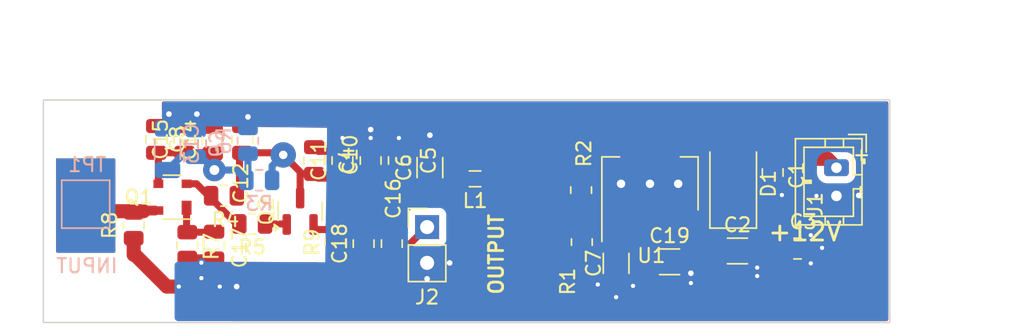
<source format=kicad_pcb>
(kicad_pcb (version 20241229) (generator "pcbnew") (generator_version "9.0")
  (layers (0 "F.Cu" signal) (2 "B.Cu" signal) (13 "F.Paste" user) (15 "B.Paste" user) (5 "F.SilkS" user "F.Silkscreen") (7 "B.SilkS" user "B.Silkscreen") (1 "F.Mask" user) (3 "B.Mask" user) (25 "Edge.Cuts" user))
  (net 0 "")
  (net 1 "GND")
  (net 2 "+12V")
  (net 3 "+15V")
  (net 4 "Net-(U1-ADJ)")
  (net 5 "Net-(Q1-G1)")
  (net 6 "Net-(J2-Pin_1)")
  (net 7 "Net-(Q2-E)")
  (net 8 "Net-(Q1-S)")
  (net 9 "Net-(Q1-D)")
  (net 10 "Net-(Q1-G2)")
  (net 11 "Net-(Q2-B)")
  (net 12 "+14.5V")
  (net 13 "Net-(U1-VO)")
  (footprint "Capacitor_SMD:C_1206_3216Metric" (layer "F.Cu") (at 146.6 96.7 90)
    (property "Reference" "C6" (at 0 -1.85 90) (layer "F.SilkS"))
    (property "Value" "10u/12V")
    (fp_line (start -0.711252 -0.91) (end 0.711252 -0.91) (stroke (width 0.12)) (layer "F.SilkS"))
    (fp_line (start -0.711252 0.91) (end 0.711252 0.91) (stroke (width 0.12)) (layer "F.SilkS"))
    (pad "1" smd roundrect (at -1.475 0 90) (size 1.15 1.8) (layers "F.Cu" "F.Mask" "F.Paste") (roundrect_rratio 0.2173913043) (net 2 "+12V"))
    (pad "2" smd roundrect (at 1.475 0 90) (size 1.15 1.8) (layers "F.Cu" "F.Mask" "F.Paste") (roundrect_rratio 0.2173913043) (net 1 "GND"))
  )
  (footprint "Capacitor_SMD:C_0805_2012Metric" (layer "F.Cu") (at 133.3 94.7 90)
    (property "Reference" "C12" (at -3.1 -0.1 90) (layer "F.SilkS"))
    (property "Value" "1n")
    (fp_line (start -0.261252 -0.735) (end 0.261252 -0.735) (stroke (width 0.12)) (layer "F.SilkS"))
    (fp_line (start -0.261252 0.735) (end 0.261252 0.735) (stroke (width 0.12)) (layer "F.SilkS"))
    (pad "1" smd roundrect (at -0.95 0 90) (size 1 1.45) (layers "F.Cu" "F.Mask" "F.Paste") (net 2 "+12V"))
    (pad "2" smd roundrect (at 0.95 0 90) (size 1 1.45) (layers "F.Cu" "F.Mask" "F.Paste") (net 1 "GND"))
  )
  (footprint "Capacitor_SMD:C_0805_2012Metric" (layer "F.Cu") (at 127.2 94.7 90)
    (property "Reference" "C8" (at 0 1.5 90) (layer "F.SilkS"))
    (property "Value" "10n")
    (fp_line (start -0.261252 -0.735) (end 0.261252 -0.735) (stroke (width 0.12)) (layer "F.SilkS"))
    (fp_line (start -0.261252 0.735) (end 0.261252 0.735) (stroke (width 0.12)) (layer "F.SilkS"))
    (pad "1" smd roundrect (at -0.95 0 90) (size 1 1.45) (layers "F.Cu" "F.Mask" "F.Paste") (net 10 "Net-(Q1-G2)"))
    (pad "2" smd roundrect (at 0.95 0 90) (size 1 1.45) (layers "F.Cu" "F.Mask" "F.Paste") (net 1 "GND"))
  )
  (footprint "Inductor_SMD:L_0805_2012Metric_Pad1.05x1.20mm_HandSolder" (layer "F.Cu") (at 149.8 97.5 180)
    (property "Reference" "L1" (at 0 -1.55 0) (layer "F.SilkS"))
    (property "Value" "2u")
    (fp_line (start -0.410242 0.56) (end 0.410242 0.56) (stroke (width 0.12)) (layer "F.SilkS"))
    (fp_line (start -0.410242 -0.56) (end 0.410242 -0.56) (stroke (width 0.12)) (layer "F.SilkS"))
    (pad "1" smd roundrect (at -1.15 0 180) (size 1.05 1.2) (layers "F.Cu" "F.Mask" "F.Paste") (roundrect_rratio 0.238095) (net 13 "Net-(U1-VO)"))
    (pad "2" smd roundrect (at 1.15 0 180) (size 1.05 1.2) (layers "F.Cu" "F.Mask" "F.Paste") (roundrect_rratio 0.238095) (net 2 "+12V"))
  )
  (footprint "Resistor_SMD:R_0805_2012Metric" (layer "F.Cu") (at 134 100.7 180)
    (property "Reference" "R5" (at 0 -1.65 0) (layer "F.SilkS"))
    (property "Value" "62")
    (fp_line (start -0.227064 0.735) (end 0.227064 0.735) (stroke (width 0.12)) (layer "F.SilkS"))
    (fp_line (start -0.227064 -0.735) (end 0.227064 -0.735) (stroke (width 0.12)) (layer "F.SilkS"))
    (pad "1" smd roundrect (at -0.9125 0 180) (size 1.025 1.4) (layers "F.Cu" "F.Mask" "F.Paste") (roundrect_rratio 0.243902439) (net 11 "Net-(Q2-B)"))
    (pad "2" smd roundrect (at 0.9125 0 180) (size 1.025 1.4) (layers "F.Cu" "F.Mask" "F.Paste") (roundrect_rratio 0.243902439) (net 9 "Net-(Q1-D)"))
  )
  (footprint "Capacitor_SMD:C_1206_3216Metric" (layer "F.Cu") (at 159.8 103.5 -90)
    (property "Reference" "C7" (at 0 1.6 90) (layer "F.SilkS"))
    (property "Value" "10u/12V")
    (fp_line (start -0.711252 0.91) (end 0.711252 0.91) (stroke (width 0.12)) (layer "F.SilkS"))
    (fp_line (start -0.711252 -0.91) (end 0.711252 -0.91) (stroke (width 0.12)) (layer "F.SilkS"))
    (pad "1" smd roundrect (at -1.475 0 270) (size 1.15 1.8) (layers "F.Cu" "F.Mask" "F.Paste") (roundrect_rratio 0.2173913043) (net 4 "Net-(U1-ADJ)"))
    (pad "2" smd roundrect (at 1.475 0 270) (size 1.15 1.8) (layers "F.Cu" "F.Mask" "F.Paste") (roundrect_rratio 0.2173913043) (net 1 "GND"))
  )
  (footprint "Package_TO_SOT_SMD:SOT-223-3_TabPin2" (layer "F.Cu") (at 162.2 97.85 90)
    (property "Reference" "U1" (at -5.1 0.1 0) (layer "F.SilkS"))
    (property "Value" "AMS1117")
    (fp_line (start 1.91 -3.41) (end 1.91 -2.15) (stroke (width 0.12)) (layer "F.SilkS"))
    (fp_line (start -4.1 -3.41) (end 1.91 -3.41) (stroke (width 0.12)) (layer "F.SilkS"))
    (fp_line (start 1.91 3.41) (end 1.91 2.15) (stroke (width 0.12)) (layer "F.SilkS"))
    (fp_line (start -1.85 3.41) (end 1.91 3.41) (stroke (width 0.12)) (layer "F.SilkS"))
    (pad "1" smd rect (at -3.15 -2.3 90) (size 2 1.5) (layers "F.Cu" "F.Mask" "F.Paste") (net 4 "Net-(U1-ADJ)"))
    (pad "2" smd rect (at -3.15 0 90) (size 2 1.5) (layers "F.Cu" "F.Mask" "F.Paste") (net 13 "Net-(U1-VO)"))
    (pad "2" smd rect (at 3.15 0 90) (size 2 3.8) (layers "F.Cu" "F.Mask" "F.Paste") (net 13 "Net-(U1-VO)"))
    (pad "3" smd rect (at -3.15 2.3 90) (size 2 1.5) (layers "F.Cu" "F.Mask" "F.Paste") (net 12 "+14.5V"))
  )
  (footprint "Package_TO_SOT_SMD:SOT-23" (layer "F.Cu") (at 137.4 99.8 90)
    (property "Reference" "Q2" (at 0 -2.4 90) (layer "F.SilkS"))
    (property "Value" "BFR93A")
    (fp_line (start 0 -1.56) (end 0.65 -1.56) (stroke (width 0.12)) (layer "F.SilkS"))
    (fp_line (start 0 -1.56) (end -0.65 -1.56) (stroke (width 0.12)) (layer "F.SilkS"))
    (fp_line (start 0 1.56) (end 0.65 1.56) (stroke (width 0.12)) (layer "F.SilkS"))
    (fp_line (start 0 1.56) (end -0.65 1.56) (stroke (width 0.12)) (layer "F.SilkS"))
    (fp_poly (pts (xy -1.1625 -1.51) (xy -1.4025 -1.84) (xy -0.9225 -1.84) (xy -1.1625 -1.51)) (stroke (width 0.12)) (fill yes) (layer "F.SilkS"))
    (pad "1" smd roundrect (at -0.9375 -0.95 90) (size 1.475 0.6) (layers "F.Cu" "F.Mask" "F.Paste") (net 11 "Net-(Q2-B)"))
    (pad "2" smd roundrect (at -0.9375 0.95 90) (size 1.475 0.6) (layers "F.Cu" "F.Mask" "F.Paste") (net 7 "Net-(Q2-E)"))
    (pad "3" smd roundrect (at 0.9375 0 90) (size 1.475 0.6) (layers "F.Cu" "F.Mask" "F.Paste") (net 2 "+12V"))
  )
  (footprint "Resistor_SMD:R_0805_2012Metric" (layer "F.Cu") (at 129.4 102.2 90)
    (property "Reference" "R7" (at -0.1 1.7 90) (layer "F.SilkS"))
    (property "Value" "22")
    (fp_line (start -0.227064 -0.735) (end 0.227064 -0.735) (stroke (width 0.12)) (layer "F.SilkS"))
    (fp_line (start -0.227064 0.735) (end 0.227064 0.735) (stroke (width 0.12)) (layer "F.SilkS"))
    (pad "1" smd roundrect (at -0.9125 0 90) (size 1.025 1.4) (layers "F.Cu" "F.Mask" "F.Paste") (roundrect_rratio 0.243902439) (net 1 "GND"))
    (pad "2" smd roundrect (at 0.9125 0 90) (size 1.025 1.4) (layers "F.Cu" "F.Mask" "F.Paste") (roundrect_rratio 0.243902439) (net 8 "Net-(Q1-S)"))
  )
  (footprint "Capacitor_SMD:C_0805_2012Metric" (layer "F.Cu") (at 140.4 96.2 90)
    (property "Reference" "C11" (at 0 -1.68 90) (layer "F.SilkS"))
    (property "Value" "100n")
    (fp_line (start -0.261252 -0.735) (end 0.261252 -0.735) (stroke (width 0.12)) (layer "F.SilkS"))
    (fp_line (start -0.261252 0.735) (end 0.261252 0.735) (stroke (width 0.12)) (layer "F.SilkS"))
    (pad "1" smd roundrect (at -0.95 0 90) (size 1 1.45) (layers "F.Cu" "F.Mask" "F.Paste") (net 2 "+12V"))
    (pad "2" smd roundrect (at 0.95 0 90) (size 1 1.45) (layers "F.Cu" "F.Mask" "F.Paste") (net 1 "GND"))
  )
  (footprint "Resistor_SMD:R_0805_2012Metric" (layer "F.Cu") (at 125.6 100.8 90)
    (property "Reference" "R8" (at 0 -1.7 90) (layer "F.SilkS"))
    (property "Value" "10M")
    (fp_line (start -0.227064 -0.735) (end 0.227064 -0.735) (stroke (width 0.12)) (layer "F.SilkS"))
    (fp_line (start -0.227064 0.735) (end 0.227064 0.735) (stroke (width 0.12)) (layer "F.SilkS"))
    (pad "1" smd roundrect (at -0.9125 0 90) (size 1.025 1.4) (layers "F.Cu" "F.Mask" "F.Paste") (roundrect_rratio 0.243902439) (net 1 "GND"))
    (pad "2" smd roundrect (at 0.9125 0 90) (size 1.025 1.4) (layers "F.Cu" "F.Mask" "F.Paste") (roundrect_rratio 0.243902439) (net 5 "Net-(Q1-G1)"))
  )
  (footprint "Capacitor_SMD:C_1206_3216Metric" (layer "F.Cu") (at 168.4 102.62)
    (property "Reference" "C2" (at 0 -1.85 0) (layer "F.SilkS"))
    (property "Value" "1u")
    (fp_line (start -0.711252 -0.91) (end 0.711252 -0.91) (stroke (width 0.12)) (layer "F.SilkS"))
    (fp_line (start -0.711252 0.91) (end 0.711252 0.91) (stroke (width 0.12)) (layer "F.SilkS"))
    (pad "1" smd roundrect (at -1.475 0) (size 1.15 1.8) (layers "F.Cu" "F.Mask" "F.Paste") (roundrect_rratio 0.2173913043) (net 12 "+14.5V"))
    (pad "2" smd roundrect (at 1.475 0) (size 1.15 1.8) (layers "F.Cu" "F.Mask" "F.Paste") (roundrect_rratio 0.2173913043) (net 1 "GND"))
  )
  (footprint "Capacitor_SMD:C_0805_2012Metric" (layer "F.Cu") (at 129.2 94.7 90)
    (property "Reference" "C15" (at 0 -1.7 90) (layer "F.SilkS"))
    (property "Value" "1n")
    (fp_line (start -0.261252 -0.735) (end 0.261252 -0.735) (stroke (width 0.12)) (layer "F.SilkS"))
    (fp_line (start -0.261252 0.735) (end 0.261252 0.735) (stroke (width 0.12)) (layer "F.SilkS"))
    (pad "1" smd roundrect (at -0.95 0 90) (size 1 1.45) (layers "F.Cu" "F.Mask" "F.Paste") (net 10 "Net-(Q1-G2)"))
    (pad "2" smd roundrect (at 0.95 0 90) (size 1 1.45) (layers "F.Cu" "F.Mask" "F.Paste") (net 1 "GND"))
  )
  (footprint "Capacitor_SMD:C_0805_2012Metric" (layer "F.Cu") (at 141.9 102.1 -90)
    (property "Reference" "C18" (at 0 1.7 270) (layer "F.SilkS"))
    (property "Value" "330n")
    (fp_line (start -0.261252 0.735) (end 0.261252 0.735) (stroke (width 0.12)) (layer "F.SilkS"))
    (fp_line (start -0.261252 -0.735) (end 0.261252 -0.735) (stroke (width 0.12)) (layer "F.SilkS"))
    (pad "1" smd roundrect (at -0.95 0 270) (size 1 1.45) (layers "F.Cu" "F.Mask" "F.Paste") (net 7 "Net-(Q2-E)"))
    (pad "2" smd roundrect (at 0.95 0 270) (size 1 1.45) (layers "F.Cu" "F.Mask" "F.Paste") (net 6 "Net-(J2-Pin_1)"))
  )
  (footprint "Resistor_SMD:R_0805_2012Metric" (layer "F.Cu") (at 139.9 102 90)
    (property "Reference" "R9" (at 0 -1.65 90) (layer "F.SilkS"))
    (property "Value" "360")
    (fp_line (start -0.227064 -0.735) (end 0.227064 -0.735) (stroke (width 0.12)) (layer "F.SilkS"))
    (fp_line (start -0.227064 0.735) (end 0.227064 0.735) (stroke (width 0.12)) (layer "F.SilkS"))
    (pad "1" smd roundrect (at -0.9125 0 90) (size 1.025 1.4) (layers "F.Cu" "F.Mask" "F.Paste") (roundrect_rratio 0.243902439) (net 1 "GND"))
    (pad "2" smd roundrect (at 0.9125 0 90) (size 1.025 1.4) (layers "F.Cu" "F.Mask" "F.Paste") (roundrect_rratio 0.243902439) (net 7 "Net-(Q2-E)"))
  )
  (footprint "Capacitor_SMD:C_0805_2012Metric" (layer "F.Cu") (at 131.3 102.2 -90)
    (property "Reference" "C17" (at 0.2 -1.8 90) (layer "F.SilkS"))
    (property "Value" "100n")
    (fp_line (start -0.261252 0.735) (end 0.261252 0.735) (stroke (width 0.12)) (layer "F.SilkS"))
    (fp_line (start -0.261252 -0.735) (end 0.261252 -0.735) (stroke (width 0.12)) (layer "F.SilkS"))
    (pad "1" smd roundrect (at -0.95 0 270) (size 1 1.45) (layers "F.Cu" "F.Mask" "F.Paste") (net 8 "Net-(Q1-S)"))
    (pad "2" smd roundrect (at 0.95 0 270) (size 1 1.45) (layers "F.Cu" "F.Mask" "F.Paste") (net 1 "GND"))
  )
  (footprint "Connector_PinHeader_2.54mm:PinHeader_1x02_P2.54mm_Vertical" (layer "F.Cu") (at 146.4 100.925)
    (property "Reference" "J2" (at 0 4.975 0) (layer "F.SilkS"))
    (property "Value" "Conn_01x02_Female")
    (fp_line (start -1.33 -1.33) (end 0 -1.33) (stroke (width 0.12)) (layer "F.SilkS"))
    (fp_line (start -1.33 0) (end -1.33 -1.33) (stroke (width 0.12)) (layer "F.SilkS"))
    (fp_line (start -1.33 1.27) (end -1.33 3.87) (stroke (width 0.12)) (layer "F.SilkS"))
    (fp_line (start -1.33 1.27) (end 1.33 1.27) (stroke (width 0.12)) (layer "F.SilkS"))
    (fp_line (start -1.33 3.87) (end 1.33 3.87) (stroke (width 0.12)) (layer "F.SilkS"))
    (fp_line (start 1.33 1.27) (end 1.33 3.87) (stroke (width 0.12)) (layer "F.SilkS"))
    (pad "1" thru_hole rect (at 0 0) (size 1.7 1.7) (drill 1) (layers "*.Cu" "*.Mask") (net 6 "Net-(J2-Pin_1)"))
    (pad "2" thru_hole oval (at 0 2.54) (size 1.7 1.7) (drill 1) (layers "*.Cu" "*.Mask") (net 1 "GND"))
  )
  (footprint "Capacitor_SMD:C_0805_2012Metric" (layer "F.Cu") (at 144.4 96.2 90)
    (property "Reference" "C5" (at 0 2.1 90) (layer "F.SilkS"))
    (property "Value" "100n")
    (fp_line (start -0.261252 -0.735) (end 0.261252 -0.735) (stroke (width 0.12)) (layer "F.SilkS"))
    (fp_line (start -0.261252 0.735) (end 0.261252 0.735) (stroke (width 0.12)) (layer "F.SilkS"))
    (pad "1" smd roundrect (at -0.95 0 90) (size 1 1.45) (layers "F.Cu" "F.Mask" "F.Paste") (net 2 "+12V"))
    (pad "2" smd roundrect (at 0.95 0 90) (size 1 1.45) (layers "F.Cu" "F.Mask" "F.Paste") (net 1 "GND"))
  )
  (footprint "Resistor_SMD:R_0805_2012Metric" (layer "F.Cu") (at 132 98.7)
    (property "Reference" "R4" (at 0.1 1.7 0) (layer "F.SilkS"))
    (property "Value" "330")
    (fp_line (start -0.227064 -0.735) (end 0.227064 -0.735) (stroke (width 0.12)) (layer "F.SilkS"))
    (fp_line (start -0.227064 0.735) (end 0.227064 0.735) (stroke (width 0.12)) (layer "F.SilkS"))
    (pad "1" smd roundrect (at -0.9125 0) (size 1.025 1.4) (layers "F.Cu" "F.Mask" "F.Paste") (roundrect_rratio 0.243902439) (net 9 "Net-(Q1-D)"))
    (pad "2" smd roundrect (at 0.9125 0) (size 1.025 1.4) (layers "F.Cu" "F.Mask" "F.Paste") (roundrect_rratio 0.243902439) (net 2 "+12V"))
  )
  (footprint "Capacitor_SMD:C_0805_2012Metric" (layer "F.Cu") (at 142.4 96.2 90)
    (property "Reference" "C4" (at 0 -1.68 90) (layer "F.SilkS"))
    (property "Value" "4.7u")
    (fp_line (start -0.261252 -0.735) (end 0.261252 -0.735) (stroke (width 0.12)) (layer "F.SilkS"))
    (fp_line (start -0.261252 0.735) (end 0.261252 0.735) (stroke (width 0.12)) (layer "F.SilkS"))
    (pad "1" smd roundrect (at -0.95 0 90) (size 1 1.45) (layers "F.Cu" "F.Mask" "F.Paste") (net 2 "+12V"))
    (pad "2" smd roundrect (at 0.95 0 90) (size 1 1.45) (layers "F.Cu" "F.Mask" "F.Paste") (net 1 "GND"))
  )
  (footprint "Connector_JST:JST_PH_B2B-PH-K_1x02_P2.00mm_Vertical" (layer "F.Cu") (at 175.42 96.71 -90)
    (property "Reference" "J1" (at 2.6 1.5 90) (layer "F.SilkS"))
    (property "Value" "Conn_01x02_Female")
    (fp_line (start -2.06 2.91) (end 4.06 2.91) (stroke (width 0.12)) (layer "F.SilkS"))
    (fp_line (start 4.06 2.91) (end 4.06 -1.81) (stroke (width 0.12)) (layer "F.SilkS"))
    (fp_line (start -1.45 2.3) (end 3.45 2.3) (stroke (width 0.12)) (layer "F.SilkS"))
    (fp_line (start 0.9 2.3) (end 0.9 1.8) (stroke (width 0.12)) (layer "F.SilkS"))
    (fp_line (start 1 2.3) (end 1 1.8) (stroke (width 0.12)) (layer "F.SilkS"))
    (fp_line (start 3.45 2.3) (end 3.45 -1.2) (stroke (width 0.12)) (layer "F.SilkS"))
    (fp_line (start 0.9 1.8) (end 1.1 1.8) (stroke (width 0.12)) (layer "F.SilkS"))
    (fp_line (start 1.1 1.8) (end 1.1 2.3) (stroke (width 0.12)) (layer "F.SilkS"))
    (fp_line (start -2.06 0.8) (end -1.45 0.8) (stroke (width 0.12)) (layer "F.SilkS"))
    (fp_line (start 4.06 0.8) (end 3.45 0.8) (stroke (width 0.12)) (layer "F.SilkS"))
    (fp_line (start -2.06 -0.5) (end -1.45 -0.5) (stroke (width 0.12)) (layer "F.SilkS"))
    (fp_line (start 4.06 -0.5) (end 3.45 -0.5) (stroke (width 0.12)) (layer "F.SilkS"))
    (fp_line (start -1.45 -1.2) (end -1.45 2.3) (stroke (width 0.12)) (layer "F.SilkS"))
    (fp_line (start 0.5 -1.2) (end -1.45 -1.2) (stroke (width 0.12)) (layer "F.SilkS"))
    (fp_line (start 1.5 -1.2) (end 1.5 -1.81) (stroke (width 0.12)) (layer "F.SilkS"))
    (fp_line (start 3.45 -1.2) (end 1.5 -1.2) (stroke (width 0.12)) (layer "F.SilkS"))
    (fp_line (start -2.06 -1.81) (end -2.06 2.91) (stroke (width 0.12)) (layer "F.SilkS"))
    (fp_line (start -0.3 -1.81) (end -0.3 -2.01) (stroke (width 0.12)) (layer "F.SilkS"))
    (fp_line (start 0.5 -1.81) (end 0.5 -1.2) (stroke (width 0.12)) (layer "F.SilkS"))
    (fp_line (start 4.06 -1.81) (end -2.06 -1.81) (stroke (width 0.12)) (layer "F.SilkS"))
    (fp_line (start -0.3 -1.91) (end -0.6 -1.91) (stroke (width 0.12)) (layer "F.SilkS"))
    (fp_line (start -0.6 -2.01) (end -0.6 -1.81) (stroke (width 0.12)) (layer "F.SilkS"))
    (fp_line (start -0.3 -2.01) (end -0.6 -2.01) (stroke (width 0.12)) (layer "F.SilkS"))
    (fp_line (start -2.36 -2.11) (end -2.36 -0.86) (stroke (width 0.12)) (layer "F.SilkS"))
    (fp_line (start -1.11 -2.11) (end -2.36 -2.11) (stroke (width 0.12)) (layer "F.SilkS"))
    (pad "1" thru_hole roundrect (at 0 0 270) (size 1.2 1.75) (drill 0.75) (layers "*.Cu" "*.Mask") (roundrect_rratio 0.2083333333) (net 3 "+15V"))
    (pad "2" thru_hole oval (at 2 0 270) (size 1.2 1.75) (drill 0.75) (layers "*.Cu" "*.Mask") (net 1 "GND"))
  )
  (footprint "Resistor_SMD:R_0805_2012Metric" (layer "F.Cu") (at 157.37 101.99 90)
    (property "Reference" "R1" (at -2.8 -1 90) (layer "F.SilkS"))
    (property "Value" "390")
    (fp_line (start -0.227064 -0.735) (end 0.227064 -0.735) (stroke (width 0.12)) (layer "F.SilkS"))
    (fp_line (start -0.227064 0.735) (end 0.227064 0.735) (stroke (width 0.12)) (layer "F.SilkS"))
    (pad "1" smd roundrect (at -0.9125 0 90) (size 1.025 1.4) (layers "F.Cu" "F.Mask" "F.Paste") (roundrect_rratio 0.243902439) (net 13 "Net-(U1-VO)"))
    (pad "2" smd roundrect (at 0.9125 0 90) (size 1.025 1.4) (layers "F.Cu" "F.Mask" "F.Paste") (roundrect_rratio 0.243902439) (net 4 "Net-(U1-ADJ)"))
  )
  (footprint "Capacitor_SMD:C_0805_2012Metric" (layer "F.Cu") (at 170.9 97.05 -90)
    (property "Reference" "C1" (at 0.2 -1.7 90) (layer "F.SilkS"))
    (property "Value" "100n")
    (fp_line (start -0.261252 0.735) (end 0.261252 0.735) (stroke (width 0.12)) (layer "F.SilkS"))
    (fp_line (start -0.261252 -0.735) (end 0.261252 -0.735) (stroke (width 0.12)) (layer "F.SilkS"))
    (pad "1" smd roundrect (at -0.95 0 270) (size 1 1.45) (layers "F.Cu" "F.Mask" "F.Paste") (net 3 "+15V"))
    (pad "2" smd roundrect (at 0.95 0 270) (size 1 1.45) (layers "F.Cu" "F.Mask" "F.Paste") (net 1 "GND"))
  )
  (footprint "Capacitor_SMD:C_0805_2012Metric" (layer "F.Cu") (at 138.4 96.2 90)
    (property "Reference" "C10" (at 0.4 2.55 90) (layer "F.SilkS"))
    (property "Value" "1n")
    (fp_line (start -0.261252 -0.735) (end 0.261252 -0.735) (stroke (width 0.12)) (layer "F.SilkS"))
    (fp_line (start -0.261252 0.735) (end 0.261252 0.735) (stroke (width 0.12)) (layer "F.SilkS"))
    (pad "1" smd roundrect (at -0.95 0 90) (size 1 1.45) (layers "F.Cu" "F.Mask" "F.Paste") (net 2 "+12V"))
    (pad "2" smd roundrect (at 0.95 0 90) (size 1 1.45) (layers "F.Cu" "F.Mask" "F.Paste") (net 1 "GND"))
  )
  (footprint "Package_TO_SOT_SMD:SOT-143" (layer "F.Cu") (at 128.35 98.8 180)
    (property "Reference" "Q1" (at 2.4 0 180) (layer "F.SilkS"))
    (property "Value" "BF994S")
    (fp_line (start 0.65 -1.56) (end -1.35 -1.56) (stroke (width 0.12)) (layer "F.SilkS"))
    (fp_line (start -0.65 1.56) (end 0.65 1.56) (stroke (width 0.12)) (layer "F.SilkS"))
    (pad "1" smd rect (at -1 -0.75 180) (size 0.7 1) (layers "F.Cu" "F.Mask" "F.Paste") (net 8 "Net-(Q1-S)"))
    (pad "2" smd rect (at -1 0.95 180) (size 0.7 0.6) (layers "F.Cu" "F.Mask" "F.Paste") (net 9 "Net-(Q1-D)"))
    (pad "3" smd rect (at 1 0.95 180) (size 0.7 0.6) (layers "F.Cu" "F.Mask" "F.Paste") (net 10 "Net-(Q1-G2)"))
    (pad "4" smd rect (at 1 -0.95 180) (size 0.7 0.6) (layers "F.Cu" "F.Mask" "F.Paste") (net 5 "Net-(Q1-G1)"))
  )
  (footprint "Capacitor_SMD:C_0805_2012Metric" (layer "F.Cu") (at 143.9 102.1 -90)
    (property "Reference" "C16" (at -3.2 -0.1 90) (layer "F.SilkS"))
    (property "Value" "1n")
    (fp_line (start -0.261252 0.735) (end 0.261252 0.735) (stroke (width 0.12)) (layer "F.SilkS"))
    (fp_line (start -0.261252 -0.735) (end 0.261252 -0.735) (stroke (width 0.12)) (layer "F.SilkS"))
    (pad "1" smd roundrect (at -0.95 0 270) (size 1 1.45) (layers "F.Cu" "F.Mask" "F.Paste") (net 7 "Net-(Q2-E)"))
    (pad "2" smd roundrect (at 0.95 0 270) (size 1 1.45) (layers "F.Cu" "F.Mask" "F.Paste") (net 6 "Net-(J2-Pin_1)"))
  )
  (footprint "Resistor_SMD:R_0805_2012Metric" (layer "F.Cu") (at 157.32 98.3 90)
    (property "Reference" "R2" (at 2.6 0.2 90) (layer "F.SilkS"))
    (property "Value" "3k3")
    (fp_line (start -0.227064 -0.735) (end 0.227064 -0.735) (stroke (width 0.12)) (layer "F.SilkS"))
    (fp_line (start -0.227064 0.735) (end 0.227064 0.735) (stroke (width 0.12)) (layer "F.SilkS"))
    (pad "1" smd roundrect (at -0.9125 0 90) (size 1.025 1.4) (layers "F.Cu" "F.Mask" "F.Paste") (roundrect_rratio 0.243902439) (net 4 "Net-(U1-ADJ)"))
    (pad "2" smd roundrect (at 0.9125 0 90) (size 1.025 1.4) (layers "F.Cu" "F.Mask" "F.Paste") (roundrect_rratio 0.243902439) (net 1 "GND"))
  )
  (footprint "Capacitor_SMD:C_0805_2012Metric" (layer "F.Cu") (at 172.66 102.45)
    (property "Reference" "C3" (at 0.4 -1.9 0) (layer "F.SilkS"))
    (property "Value" "100n")
    (fp_line (start -0.261252 -0.735) (end 0.261252 -0.735) (stroke (width 0.12)) (layer "F.SilkS"))
    (fp_line (start -0.261252 0.735) (end 0.261252 0.735) (stroke (width 0.12)) (layer "F.SilkS"))
    (pad "1" smd roundrect (at -0.95 0) (size 1 1.45) (layers "F.Cu" "F.Mask" "F.Paste") (net 12 "+14.5V"))
    (pad "2" smd roundrect (at 0.95 0) (size 1 1.45) (layers "F.Cu" "F.Mask" "F.Paste") (net 1 "GND"))
  )
  (footprint "Capacitor_SMD:C_0805_2012Metric" (layer "F.Cu") (at 131.2 94.75 90)
    (property "Reference" "C14" (at 0 -1.7 90) (layer "F.SilkS"))
    (property "Value" "10n")
    (fp_line (start -0.261252 -0.735) (end 0.261252 -0.735) (stroke (width 0.12)) (layer "F.SilkS"))
    (fp_line (start -0.261252 0.735) (end 0.261252 0.735) (stroke (width 0.12)) (layer "F.SilkS"))
    (pad "1" smd roundrect (at -0.95 0 90) (size 1 1.45) (layers "F.Cu" "F.Mask" "F.Paste") (net 10 "Net-(Q1-G2)"))
    (pad "2" smd roundrect (at 0.95 0 90) (size 1 1.45) (layers "F.Cu" "F.Mask" "F.Paste") (net 1 "GND"))
  )
  (footprint "Diode_SMD:D_SMA" (layer "F.Cu") (at 168.1 97.6 90)
    (property "Reference" "D1" (at -0.25 2.5 90) (layer "F.SilkS"))
    (property "Value" "US1M")
    (fp_line (start -3.4 -1.65) (end 2 -1.65) (stroke (width 0.12)) (layer "F.SilkS"))
    (fp_line (start -3.4 -1.65) (end -3.4 1.65) (stroke (width 0.12)) (layer "F.SilkS"))
    (fp_line (start -3.4 1.65) (end 2 1.65) (stroke (width 0.12)) (layer "F.SilkS"))
    (pad "1" smd rect (at -2 0 90) (size 2.5 1.8) (layers "F.Cu" "F.Mask" "F.Paste") (net 12 "+14.5V"))
    (pad "2" smd rect (at 2 0 90) (size 2.5 1.8) (layers "F.Cu" "F.Mask" "F.Paste") (net 3 "+15V"))
  )
  (footprint "Capacitor_SMD:C_1206_3216Metric" (layer "F.Cu") (at 163.59 103.39)
    (property "Reference" "C19" (at 0 -1.85 0) (layer "F.SilkS"))
    (property "Value" "10u/12V")
    (fp_line (start -0.711252 -0.91) (end 0.711252 -0.91) (stroke (width 0.12)) (layer "F.SilkS"))
    (fp_line (start -0.711252 0.91) (end 0.711252 0.91) (stroke (width 0.12)) (layer "F.SilkS"))
    (pad "1" smd roundrect (at -1.475 0) (size 1.15 1.8) (layers "F.Cu" "F.Mask" "F.Paste") (roundrect_rratio 0.217391) (net 13 "Net-(U1-VO)"))
    (pad "2" smd roundrect (at 1.475 0) (size 1.15 1.8) (layers "F.Cu" "F.Mask" "F.Paste") (roundrect_rratio 0.217391) (net 1 "GND"))
  )
  (footprint "Resistor_SMD:R_0805_2012Metric" (layer "B.Cu") (at 134.5 97.6)
    (property "Reference" "R3" (at 0 1.65 0) (layer "B.SilkS") (effects (justify mirror)))
    (property "Value" "20k")
    (fp_line (start -0.227064 -0.735) (end 0.227064 -0.735) (stroke (width 0.12)) (layer "B.SilkS"))
    (fp_line (start -0.227064 0.735) (end 0.227064 0.735) (stroke (width 0.12)) (layer "B.SilkS"))
    (pad "1" smd roundrect (at -0.9125 0) (size 1.025 1.4) (layers "B.Cu" "B.Mask" "B.Paste") (roundrect_rratio 0.243902439) (net 10 "Net-(Q1-G2)"))
    (pad "2" smd roundrect (at 0.9125 0) (size 1.025 1.4) (layers "B.Cu" "B.Mask" "B.Paste") (roundrect_rratio 0.243902439) (net 2 "+12V"))
  )
  (footprint "Capacitor_SMD:C_0805_2012Metric" (layer "B.Cu") (at 130 95 90)
    (property "Reference" "C9" (at 0 1.5 90) (layer "B.SilkS") (effects (justify mirror)))
    (property "Value" "1n")
    (fp_line (start -0.261252 -0.735) (end 0.261252 -0.735) (stroke (width 0.12)) (layer "B.SilkS"))
    (fp_line (start -0.261252 0.735) (end 0.261252 0.735) (stroke (width 0.12)) (layer "B.SilkS"))
    (pad "1" smd roundrect (at -0.95 0 90) (size 1 1.45) (layers "B.Cu" "B.Mask" "B.Paste") (net 10 "Net-(Q1-G2)"))
    (pad "2" smd roundrect (at 0.95 0 90) (size 1 1.45) (layers "B.Cu" "B.Mask" "B.Paste") (net 1 "GND"))
  )
  (footprint "Resistor_SMD:R_0805_2012Metric" (layer "B.Cu") (at 133.7 94.8 -90)
    (property "Reference" "R6" (at 0 1.7 90) (layer "B.SilkS") (effects (justify mirror)))
    (property "Value" "10k")
    (fp_line (start -0.227064 0.735) (end 0.227064 0.735) (stroke (width 0.12)) (layer "B.SilkS"))
    (fp_line (start -0.227064 -0.735) (end 0.227064 -0.735) (stroke (width 0.12)) (layer "B.SilkS"))
    (pad "1" smd roundrect (at -0.9125 0 270) (size 1.025 1.4) (layers "B.Cu" "B.Mask" "B.Paste") (roundrect_rratio 0.243902439) (net 1 "GND"))
    (pad "2" smd roundrect (at 0.9125 0 270) (size 1.025 1.4) (layers "B.Cu" "B.Mask" "B.Paste") (roundrect_rratio 0.243902439) (net 10 "Net-(Q1-G2)"))
  )
  (footprint "TestPoint:TestPoint_Pad_3.0x3.0mm" (layer "B.Cu") (at 122.2 99.3 180)
    (property "Reference" "TP1" (at -0.1 2.8 0) (layer "B.SilkS") (effects (justify mirror)))
    (property "Value" "TestPoint_Probe")
    (fp_line (start 1.7 1.7) (end 1.7 -1.7) (stroke (width 0.12)) (layer "B.SilkS"))
    (fp_line (start 1.7 -1.7) (end -1.7 -1.7) (stroke (width 0.12)) (layer "B.SilkS"))
    (fp_line (start -1.7 1.7) (end 1.7 1.7) (stroke (width 0.12)) (layer "B.SilkS"))
    (fp_line (start -1.7 -1.7) (end -1.7 1.7) (stroke (width 0.12)) (layer "B.SilkS"))
    (pad "1" smd rect (at 0 0 180) (size 3 3) (layers "B.Cu" "B.Mask") (net 5 "Net-(Q1-G1)"))
  )
  (footprint "Capacitor_SMD:C_1206_3216Metric" (layer "B.Cu") (at 128 95.4 90)
    (property "Reference" "C13" (at 0.4 1.7 90) (layer "B.SilkS") (effects (justify mirror)))
    (property "Value" "10u")
    (fp_line (start -0.711252 -0.91) (end 0.711252 -0.91) (stroke (width 0.12)) (layer "B.SilkS"))
    (fp_line (start -0.711252 0.91) (end 0.711252 0.91) (stroke (width 0.12)) (layer "B.SilkS"))
    (pad "1" smd roundrect (at -1.475 0 90) (size 1.15 1.8) (layers "B.Cu" "B.Mask" "B.Paste") (roundrect_rratio 0.2173913043) (net 10 "Net-(Q1-G2)"))
    (pad "2" smd roundrect (at 1.475 0 90) (size 1.15 1.8) (layers "B.Cu" "B.Mask" "B.Paste") (roundrect_rratio 0.2173913043) (net 1 "GND"))
  )
  (gr_rect (start 120.2 96.15) (end 124.2 102.65) (stroke (width 0.2)) (fill yes) (layer "F.Cu") (net 5))
  (gr_rect (start 120.2 96.15) (end 124.2 102.65) (stroke (width 0.2)) (fill yes) (layer "B.Cu") (net 5))
  (gr_rect (start 119.2 91.9) (end 179.2 107.7) (stroke (width 0.1)) (fill no) (layer "Edge.Cuts"))
  (gr_text "-" (at 177.2 98.45 -90) (layer "F.SilkS") (effects (font (size 1 1))))
  (gr_text "+12V" (at 173.2 101.25 0) (layer "F.SilkS") (effects (font (size 1.3 1.3) (thickness 0.2))))
  (gr_text "+" (at 177.2 95.75 0) (layer "F.SilkS") (effects (font (size 1 1))))
  (gr_text "OUTPUT" (at 151.3 102.85 90) (layer "F.SilkS") (effects (font (size 1 1) (thickness 0.2))))
  (gr_text "INPUT" (at 122.29 103.68 0) (layer "B.SilkS") (effects (font (size 1 1)) (justify mirror)))
  (segment (start 171.55 98.65) (end 171.61 98.71) (width 1) (layer "F.Cu") (net 1))
  (segment (start 130.5 103.35) (end 130.4 103.45) (width 0.5) (layer "F.Cu") (net 1))
  (segment (start 127.2 93.75) (end 129.2 93.75) (width 0.5) (layer "F.Cu") (net 1))
  (segment (start 129.4 103.1125) (end 130.4 103.1125) (width 0.5) (layer "F.Cu") (net 1))
  (segment (start 175.42 98.71) (end 176.966 98.71) (width 1) (layer "F.Cu") (net 1))
  (segment (start 133.98 93.451) (end 132.93 93.451) (width 1) (layer "F.Cu") (net 1))
  (segment (start 132.9 105.149) (end 128.8 105.149) (width 1) (layer "F.Cu") (net 1))
  (segment (start 130.711 93.75) (end 130.76 93.701) (width 0.5) (layer "F.Cu") (net 1))
  (segment (start 130.4 105.049) (end 130.5 105.149) (width 0.5) (layer "F.Cu") (net 1))
  (segment (start 128.8 105.149) (end 127.949 105.149) (width 1) (layer "F.Cu") (net 1))
  (segment (start 174 98.71) (end 175.42 98.71) (width 1) (layer "F.Cu") (net 1))
  (segment (start 171.61 98.71) (end 174 98.71) (width 1) (layer "F.Cu") (net 1))
  (segment (start 130.4 103.1125) (end 131.5625 103.1125) (width 0.5) (layer "F.Cu") (net 1))
  (segment (start 129.2 93.75) (end 130.711 93.75) (width 0.5) (layer "F.Cu") (net 1))
  (segment (start 127.949 105.149) (end 125.7 102.9) (width 1) (layer "F.Cu") (net 1))
  (segment (start 130.5 103.23175) (end 130.5 103.35) (width 0.5) (layer "F.Cu") (net 1))
  (segment (start 170.9 98) (end 171.55 98.65) (width 1) (layer "F.Cu") (net 1))
  (segment (start 130.4 103.45) (end 130.4 104.55) (width 1) (layer "F.Cu") (net 1))
  (segment (start 130.5 104.65) (end 130.5 105.16825) (width 0.5) (layer "F.Cu") (net 1))
  (segment (start 139.9 102.9875) (end 139.9 104) (width 1) (layer "F.Cu") (net 1))
  (segment (start 138.4 95.25) (end 138.7 95.55) (width 0.5) (layer "F.Cu") (net 1))
  (segment (start 130.4 104.55) (end 130.5 104.65) (width 0.5) (layer "F.Cu") (net 1))
  (segment (start 146.275 95.55) (end 146.6 95.225) (width 0.5) (layer "F.Cu") (net 1))
  (segment (start 131.5625 103.1125) (end 131.6 103.15) (width 0.5) (layer "F.Cu") (net 1))
  (segment (start 157.32 97.3875) (end 157.32 96.18) (width 0.5) (layer "F.Cu") (net 1))
  (segment (start 176.966 98.71) (end 176.996 98.68) (width 1) (layer "F.Cu") (net 1))
  (segment (start 138.7 95.55) (end 146.275 95.55) (width 0.5) (layer "F.Cu") (net 1))
  (segment (start 125.6 102.89375) (end 125.6 101.70625) (width 1) (layer "F.Cu") (net 1))
  (via (at 131.7 105.149) (size 0.6) (drill 0.3) (layers "F.Cu" "B.Cu") (net 1))
  (via (at 133.7 93.1) (size 0.8) (drill 0.4) (layers "F.Cu" "B.Cu") (net 1))
  (via (at 128.1 92.9) (size 0.8) (drill 0.4) (layers "F.Cu" "B.Cu") (net 1))
  (via (at 165.1 104.9) (size 0.6) (drill 0.3) (layers "F.Cu" "B.Cu") (net 1))
  (via (at 176.996 98.68) (size 0.8) (drill 0.4) (layers "F.Cu" "B.Cu") (net 1))
  (via (at 169.8 104.4) (size 0.6) (drill 0.3) (layers "F.Cu" "B.Cu") (net 1))
  (via (at 144.4 94.6) (size 0.6) (drill 0.3) (layers "F.Cu" "B.Cu") (net 1))
  (via (at 162.2 97.85) (size 1.5) (drill 0.6) (layers "F.Cu" "B.Cu") (net 1))
  (via (at 132.9 105.149) (size 0.8) (drill 0.4) (layers "F.Cu" "B.Cu") (net 1))
  (via (at 174.4 102.4) (size 0.6) (drill 0.3) (layers "F.Cu" "B.Cu") (net 1))
  (via (at 158.5 105) (size 0.6) (drill 0.3) (layers "F.Cu" "B.Cu") (net 1))
  (via (at 130.4 104.55) (size 0.6) (drill 0.3) (layers "F.Cu" "B.Cu") (net 1))
  (via (at 130.08 92.9) (size 0.8) (drill 0.4) (layers "F.Cu" "B.Cu") (net 1))
  (via (at 142.4 94.6) (size 0.6) (drill 0.3) (layers "F.Cu" "B.Cu") (net 1))
  (via (at 174 98.71) (size 0.6) (drill 0.3) (layers "F.Cu" "B.Cu") (net 1))
  (via (at 159.8 105.9) (size 0.6) (drill 0.3) (layers "F.Cu" "B.Cu") (net 1))
  (via (at 173.6 101.5) (size 0.6) (drill 0.3) (layers "F.Cu" "B.Cu") (net 1))
  (via (at 169.8 103.8) (size 0.6) (drill 0.3) (layers "F.Cu" "B.Cu") (net 1))
  (via (at 160.15 97.85) (size 1.5) (drill 0.6) (layers "F.Cu" "B.Cu") (net 1))
  (via (at 161 105.1) (size 0.6) (drill 0.3) (layers "F.Cu" "B.Cu") (net 1))
  (via (at 140.4 94.6) (size 0.6) (drill 0.3) (layers "F.Cu" "B.Cu") (net 1))
  (via (at 164.2 97.85) (size 1.5) (drill 0.6) (layers "F.Cu" "B.Cu") (net 1))
  (via (at 148 103.47) (size 0.8) (drill 0.4) (layers "F.Cu" "B.Cu") (net 1))
  (via (at 130.4 103.45) (size 0.6) (drill 0.3) (layers "F.Cu" "B.Cu") (net 1))
  (via (at 146.6 94.4) (size 0.8) (drill 0.4) (layers "F.Cu" "B.Cu") (net 1))
  (via (at 165.1 104.2) (size 0.8) (drill 0.4) (layers "F.Cu" "B.Cu") (net 1))
  (via (at 142.4 94) (size 0.8) (drill 0.4) (layers "F.Cu" "B.Cu") (net 1))
  (via (at 173.6 103.5) (size 0.6) (drill 0.3) (layers "F.Cu" "B.Cu") (net 1))
  (via (at 171.55 98.65) (size 0.6) (drill 0.3) (layers "F.Cu" "B.Cu") (net 1))
  (via (at 146.4 104.6) (size 0.8) (drill 0.4) (layers "F.Cu" "B.Cu") (net 1))
  (via (at 128.8 105.149) (size 0.6) (drill 0.3) (layers "F.Cu" "B.Cu") (net 1))
  (segment (start 138.4 97.15) (end 137.55 97.15) (width 0.5) (layer "F.Cu") (net 2))
  (segment (start 136.05 95.65) (end 133.3 95.65) (width 0.5) (layer "F.Cu") (net 2))
  (segment (start 136.2 95.8) (end 136 95.6) (width 0.5) (layer "F.Cu") (net 2))
  (segment (start 133.1 98.41875) (end 133.1 95.78125) (width 0.5) (layer "F.Cu") (net 2))
  (segment (start 137.55 97.15) (end 136.2 95.8) (width 0.5) (layer "F.Cu") (net 2))
  (segment (start 139.3 97.45) (end 148.415 97.45) (width 0.5) (layer "F.Cu") (net 2))
  (segment (start 136 95.6) (end 135.66 95.6) (width 0.5) (layer "F.Cu") (net 2))
  (segment (start 137.4 97.11875) (end 137.4 98.68125) (width 0.5) (layer "F.Cu") (net 2))
  (segment (start 132.9125 98.8) (end 133.0125 98.7) (width 0.5) (layer "F.Cu") (net 2))
  (segment (start 140.62 97.35) (end 138.68 97.35) (width 0.7) (layer "F.Cu") (net 2))
  (segment (start 136.2 95.8) (end 135.76 95.36) (width 0.5) (layer "F.Cu") (net 2))
  (segment (start 136.2 95.8) (end 136.05 95.65) (width 0.5) (layer "F.Cu") (net 2))
  (via (at 136.2 95.8) (size 1.8) (drill 0.6) (layers "F.Cu" "B.Cu") (net 2))
  (segment (start 135.4125 97.6) (end 135.4125 96.5875) (width 0.5) (layer "B.Cu") (net 2))
  (segment (start 135.4125 96.5875) (end 136.2 95.8) (width 0.5) (layer "B.Cu") (net 2))
  (segment (start 170.8 96.2) (end 170.9 96.1) (width 0.5) (layer "F.Cu") (net 3))
  (segment (start 168.2 95.7) (end 168.1 95.6) (width 0.5) (layer "F.Cu") (net 3))
  (segment (start 175.42 96.71) (end 174.79 96.08) (width 1) (layer "F.Cu") (net 3))
  (segment (start 174.695 96.08) (end 168.485 96.08) (width 1) (layer "F.Cu") (net 3))
  (segment (start 174.79 96.08) (end 174.695 96.08) (width 1) (layer "F.Cu") (net 3))
  (segment (start 157.2925 101) (end 159.9 101) (width 0.5) (layer "F.Cu") (net 4))
  (segment (start 157.37 101.0775) (end 157.37 99.2625) (width 0.7) (layer "F.Cu") (net 4))
  (segment (start 157.37 99.2625) (end 157.32 99.2125) (width 0.5) (layer "F.Cu") (net 4))
  (segment (start 121.7125 99.8875) (end 122.2 99.4) (width 1) (layer "F.Cu") (net 5))
  (segment (start 127.1 99.75) (end 125.8375 99.75) (width 0.7) (layer "F.Cu") (net 5))
  (segment (start 126.3 99.8) (end 121.9 99.8) (width 1) (layer "F.Cu") (net 5))
  (segment (start 146.475 100.825) (end 146.475 100.8) (width 0.5) (layer "F.Cu") (net 6))
  (segment (start 143.9 103.05) (end 144.25 103.05) (width 0.5) (layer "F.Cu") (net 6))
  (segment (start 144.25 103.05) (end 146.475 100.825) (width 0.5) (layer "F.Cu") (net 6))
  (segment (start 143.434375 101.1) (end 138.565625 101.1) (width 0.5) (layer "F.Cu") (net 7))
  (segment (start 131.5625 101.2875) (end 131.6 101.25) (width 0.5) (layer "F.Cu") (net 8))
  (segment (start 129.35 101.2375) (end 129.4 101.2875) (width 0.5) (layer "F.Cu") (net 8))
  (segment (start 129.4 101.2875) (end 131.5625 101.2875) (width 0.5) (layer "F.Cu") (net 8))
  (segment (start 129.35 99.3) (end 129.35 101.2375) (width 0.5) (layer "F.Cu") (net 8))
  (segment (start 129.35 97.85) (end 130.05 97.85) (width 0.5) (layer "F.Cu") (net 9))
  (segment (start 130.05 97.85) (end 132.7875 100.5875) (width 0.5) (layer "F.Cu") (net 9))
  (segment (start 131.3 95.8) (end 131.15 95.65) (width 0.5) (layer "F.Cu") (net 10))
  (segment (start 131.319933 96.875166) (end 131.3 96.855233) (width 0.5) (layer "F.Cu") (net 10))
  (segment (start 131.15 95.65) (end 127.2 95.65) (width 0.5) (layer "F.Cu") (net 10))
  (segment (start 127.35 95.8) (end 127.2 95.65) (width 0.5) (layer "F.Cu") (net 10))
  (segment (start 131.3 96.855233) (end 131.3 95.8) (width 0.5) (layer "F.Cu") (net 10))
  (segment (start 127.35 97.85) (end 127.35 95.8) (width 0.5) (layer "F.Cu") (net 10))
  (via (at 131.319933 96.875166) (size 1.6) (drill 0.7) (layers "F.Cu" "B.Cu") (net 10))
  (segment (start 133.7 95.7125) (end 133.7 97.4875) (width 0.5) (layer "B.Cu") (net 10))
  (segment (start 128 96.875) (end 128.9625 95.9125) (width 0.5) (layer "B.Cu") (net 10))
  (segment (start 130.394767 95.95) (end 131.319933 96.875166) (width 0.5) (layer "B.Cu") (net 10))
  (segment (start 130 95.95) (end 130.394767 95.95) (width 0.5) (layer "B.Cu") (net 10))
  (segment (start 132.862666 96.875166) (end 133.5875 97.6) (width 0.5) (layer "B.Cu") (net 10))
  (segment (start 129.9625 95.9125) (end 130 95.95) (width 0.5) (layer "B.Cu") (net 10))
  (segment (start 133.7 97.4875) (end 133.5875 97.6) (width 0.5) (layer "B.Cu") (net 10))
  (segment (start 131.319933 96.875166) (end 132.862666 96.875166) (width 0.5) (layer "B.Cu") (net 10))
  (segment (start 128.9625 95.9125) (end 129.9625 95.9125) (width 0.5) (layer "B.Cu") (net 10))
  (segment (start 136.4125 100.7) (end 136.45 100.7375) (width 0.2) (layer "F.Cu") (net 11))
  (segment (start 134.9125 100.7) (end 136.4125 100.7) (width 0.5) (layer "F.Cu") (net 11))
  (segment (start 171.75 101.35) (end 171.75 102.15) (width 1) (layer "F.Cu") (net 12))
  (segment (start 164.5 101) (end 165.475 101) (width 1) (layer "F.Cu") (net 12))
  (segment (start 168.1 99.6) (end 170 99.6) (width 1) (layer "F.Cu") (net 12))
  (segment (start 168.1 100.875) (end 168.1 99.6) (width 1) (layer "F.Cu") (net 12))
  (segment (start 165.475 101) (end 166.725 102.25) (width 1) (layer "F.Cu") (net 12))
  (segment (start 166.725 102.25) (end 168.1 100.875) (width 1) (layer "F.Cu") (net 12))
  (segment (start 170 99.6) (end 171.75 101.35) (width 1) (layer "F.Cu") (net 12))
  (segment (start 155.7 101.71) (end 156.8925 102.9025) (width 0.7) (layer "F.Cu") (net 13))
  (segment (start 156.8925 102.9025) (end 157.37 102.9025) (width 0.7) (layer "F.Cu") (net 13))
  (segment (start 154.2 97.5) (end 155.7 99) (width 0.7) (layer "F.Cu") (net 13))
  (segment (start 157.37 102.9025) (end 158.0575 103.59) (width 0.7) (layer "F.Cu") (net 13))
  (segment (start 155.7 99) (end 155.7 101.71) (width 0.7) (layer "F.Cu") (net 13))
  (segment (start 162.2 103.305) (end 162.2 101.9) (width 0.7) (layer "F.Cu") (net 13))
  (segment (start 151.075 97.5) (end 154.2 97.5) (width 0.7) (layer "F.Cu") (net 13))
  (segment (start 158.0575 103.59) (end 161.635 103.59) (width 0.7) (layer "F.Cu") (net 13))
  (zone (net 1) (net_name "GND") (layer "F.Cu") (priority 1) (connect_pads (clearance 0.508)) (min_thickness 0.25) (fill yes (thermal_gap 0.5) (thermal_bridge_width 0.5))
    (polygon (pts (xy 132.5 108.20294) (xy 132.5 102.9) (xy 140.7 102.9) (xy 140.7 104.1) (xy 145 104.1) (xy 145 102.1) (xy 148 102.1) (xy 148 98.28046) (xy 156.3 98.2) (xy 156.3 108.10294)))
  )
  (zone (net 1) (net_name "GND") (layer "F.Cu") (priority 3) (connect_pads (clearance 0.508)) (min_thickness 0.25) (fill yes (thermal_gap 0.5) (thermal_bridge_width 0.5))
    (polygon (pts (xy 125.4 91.4) (xy 180.1 91.4) (xy 180.1 96) (xy 125.3 96.15)))
  )
  (zone (net 1) (net_name "GND") (layer "F.Cu") (priority 4) (connect_pads (clearance 0.508)) (min_thickness 0.25) (fill yes (thermal_gap 0.5) (thermal_bridge_width 0.5))
    (polygon (pts (xy 156.2 91.5) (xy 179.4 91.5) (xy 179.3 108.006663) (xy 156.047848 108.316692)))
  )
  (zone (net 0) (net_name "") (layers "F.Cu" "B.Cu") (connect_pads yes (clearance 0)) (min_thickness 0.508)
    (keepout (tracks allowed) (vias allowed) (pads allowed) (copperpour not_allowed) (footprints allowed))
    (fill (thermal_gap 0.508) (thermal_bridge_width 0.508))
    (polygon (pts (xy 121.771989 102.884159) (xy 118.931988 102.884159) (xy 119 108.2) (xy 121.6 108.2) (xy 128.5 108.2) (xy 128.496213 102.899103)))
  )
  (zone (net 0) (net_name "") (layers "F.Cu" "B.Cu") (connect_pads yes (clearance 0)) (min_thickness 0.508)
    (keepout (tracks allowed) (vias allowed) (pads allowed) (copperpour not_allowed) (footprints allowed))
    (fill (thermal_gap 0.508) (thermal_bridge_width 0.508))
    (polygon (pts (xy 119 96.15) (xy 119 91.3) (xy 122.8 91.3) (xy 127.6 91.4) (xy 127.6 96.15) (xy 122.8 96.15)))
  )
  (zone (net 0) (net_name "") (layers "F.Cu" "B.Cu") (connect_pads yes (clearance 0)) (min_thickness 0.508)
    (keepout (tracks allowed) (vias allowed) (pads allowed) (copperpour not_allowed) (footprints allowed))
    (fill (thermal_gap 0.508) (thermal_bridge_width 0.508))
    (polygon (pts (xy 125.003298 93.709011) (xy 139.313258 93.869509) (xy 139.178308 103.424077) (xy 129.94664 103.383329) (xy 126.8 103.4) (xy 126.586487 102.944562) (xy 125.004148 102.944562) (xy 124.963575 102.9) (xy 124.973575 98.134562)))
  )
  (zone (net 0) (net_name "") (layer "B.Cu") (connect_pads yes (clearance 0)) (min_thickness 0.508)
    (keepout (tracks allowed) (vias allowed) (pads allowed) (copperpour not_allowed) (footprints allowed))
    (fill (thermal_gap 0.508) (thermal_bridge_width 0.508) (island_removal_mode 2) (island_area_min 10))
    (polygon (pts (xy 134.1 97.5) (xy 136.4 97.5) (xy 136.4 98.7) (xy 134.1 98.7)))
  )
  (zone (net 1) (net_name "GND") (layer "B.Cu") (connect_pads yes (clearance 0.508)) (min_thickness 0.508) (fill yes (thermal_gap 0.508) (thermal_bridge_width 0.508) (smoothing chamfer) (island_removal_mode 2) (island_area_min 10))
    (polygon (pts (xy 179.76 107.85) (xy 117.15 107.85) (xy 117.15 90.15) (xy 179.76 90.15)))
  )
)
</source>
